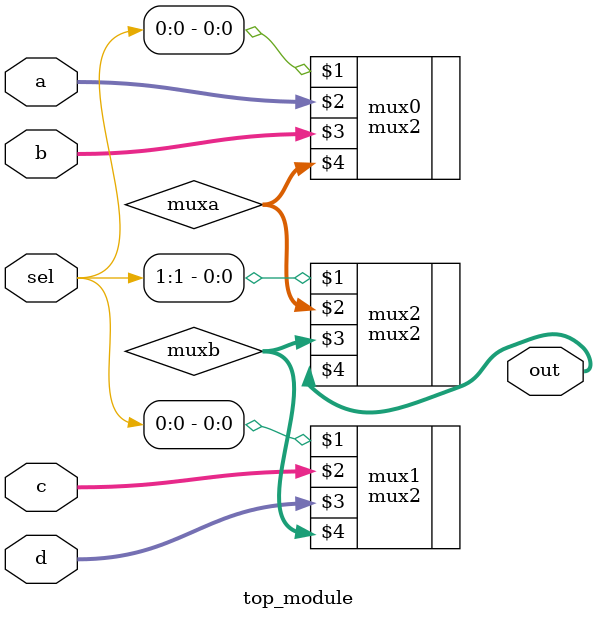
<source format=v>
module top_module (
    input [1:0] sel,
    input [7:0] a,
    input [7:0] b,
    input [7:0] c,
    input [7:0] d,
    output [7:0] out  ); //

    wire [7:0] muxa;
    wire [7:0] muxb;
    mux2 mux0 ( sel[0],    a,    b, muxa );
    mux2 mux1 ( sel[0],    c,    d, muxb );
    mux2 mux2 ( sel[1], muxa, muxb,  out );

endmodule

</source>
